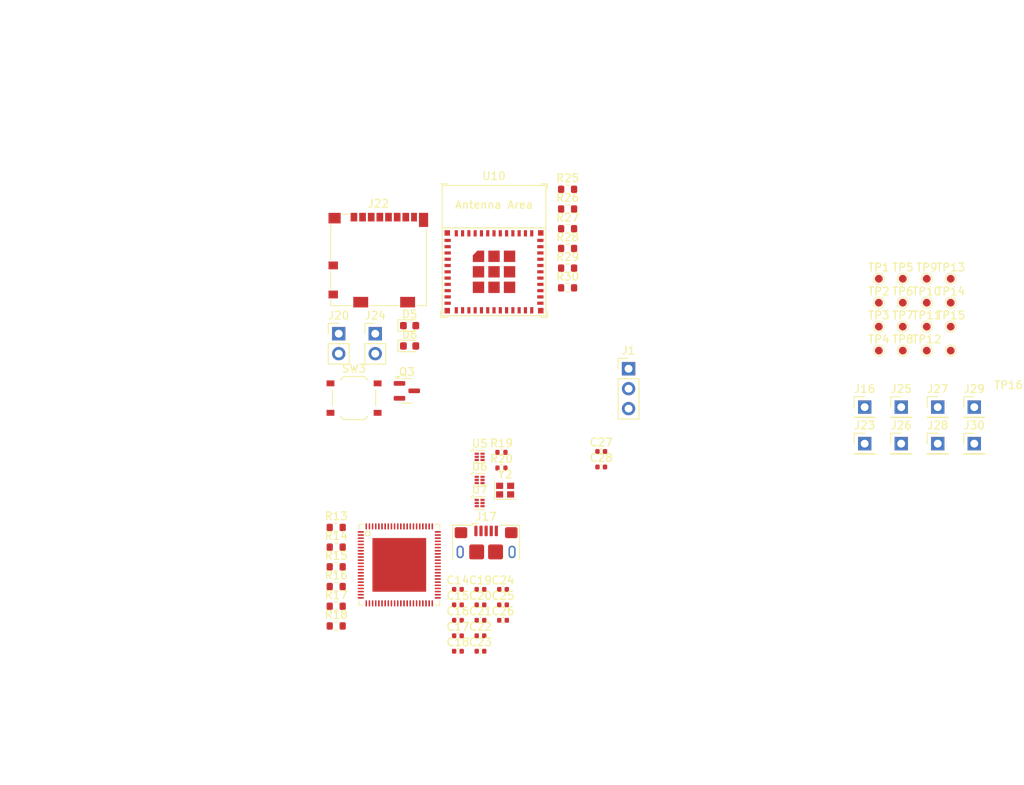
<source format=kicad_pcb>
(kicad_pcb (version 20240108) (generator "pcbnew") (generator_version "8.0")
  (layers (0 "F.Cu" signal) (1 "In1.Cu" signal) (2 "In2.Cu" signal) (31 "B.Cu" signal) (34 "B.Paste" user) (35 "F.Paste" user) (36 "B.SilkS" user "B.Silkscreen") (37 "F.SilkS" user "F.Silkscreen") (38 "B.Mask" user) (39 "F.Mask" user) (44 "Edge.Cuts" user))
  (net 0 "")
  (net 1 "GND")
  (net 2 "+2V5")
  (net 3 "+1V1")
  (net 4 "+3V3")
  (net 5 "Net-(D5-A)")
  (net 6 "+5V")
  (net 7 "Net-(D6-A)")
  (net 9 "/cpu/D+")
  (net 10 "/cpu/D-")
  (net 11 "Net-(J20-Pin_2)")
  (net 12 "ESP_RX")
  (net 13 "SDC0_D0")
  (net 14 "SDC0_D1")
  (net 15 "SDC0_D2")
  (net 16 "SDC0_D3")
  (net 17 "SDC0_CMD")
  (net 18 "SDC0_CLK")
  (net 19 "Net-(J24-Pin_2)")
  (net 20 "ESP_TX")
  (net 21 "Net-(Q3-D)")
  (net 22 "Heartbeat")
  (net 23 "Net-(U5-ADJ)")
  (net 24 "Net-(U6-ADJ)")
  (net 25 "Net-(U7-ADJ)")
  (net 26 "ESP_RST")
  (net 27 "Net-(U10-GPIO8)")
  (net 28 "~{RST}")
  (net 32 "ESP_CS")
  (net 33 "UART0_TX")
  (net 34 "ESP_MOSI")
  (net 35 "ESP_BOOT")
  (net 36 "ESP_CLK")
  (net 37 "ESP_HS")
  (net 38 "ESP_DR")
  (net 39 "/cpu/HOSCI")
  (net 40 "ESP_MISO")
  (net 41 "UART0_RX")
  (net 42 "/cpu/HOSCO")
  (net 62 "Net-(U1B-SVREF)")
  (footprint "Resistor_SMD:R_0603_1608Metric" (layer "F.Cu") (at 172.24 79.13)
    (property "Reference" "R27" (at 0 -1.43 0) (layer "F.SilkS"))
    (property "Value" "10K")
    (pad "1" smd roundrect (at -0.825 0) (size 0.8 0.95) (layers "F.Cu" "F.Paste" "F.Mask") (net 4 "+3V3"))
    (pad "2" smd roundrect (at 0.825 0) (size 0.8 0.95) (layers "F.Cu" "F.Paste" "F.Mask") (net 17 "SDC0_CMD"))
  )
  (footprint "TestPoint:TestPoint_Pad_D1.0mm" (layer "F.Cu") (at 217.95 88.55)
    (property "Reference" "TP10" (at 0 -1.448 0) (layer "F.SilkS"))
    (property "Value" "TestPoint_Small")
    (pad "1" smd circle (at 0 0) (size 1 1) (layers "F.Cu" "F.Mask") (net 16 "SDC0_D3"))
  )
  (footprint "TestPoint:TestPoint_Pad_D1.0mm" (layer "F.Cu") (at 211.85 88.55)
    (property "Reference" "TP2" (at 0 -1.448 0) (layer "F.SilkS"))
    (property "Value" "TestPoint_Small")
    (pad "1" smd circle (at 0 0) (size 1 1) (layers "F.Cu" "F.Mask") (net 37 "ESP_HS"))
  )
  (footprint "TestPoint:TestPoint_Pad_D1.0mm" (layer "F.Cu") (at 221 88.55)
    (property "Reference" "TP14" (at 0 -1.448 0) (layer "F.SilkS"))
    (property "Value" "TestPoint_Small")
    (pad "1" smd circle (at 0 0) (size 1 1) (layers "F.Cu" "F.Mask") (net 14 "SDC0_D1"))
  )
  (footprint "TestPoint:TestPoint_Pad_D1.0mm" (layer "F.Cu") (at 214.9 94.65)
    (property "Reference" "TP8" (at 0 -1.448 0) (layer "F.SilkS"))
    (property "Value" "TestPoint_Small")
    (pad "1" smd circle (at 0 0) (size 1 1) (layers "F.Cu" "F.Mask") (net 35 "ESP_BOOT"))
  )
  (footprint "Crystal:Crystal_SMD_2016-4Pin_2.0x1.6mm" (layer "F.Cu") (at 164.29 112.42)
    (property "Reference" "Y2" (at 0 -2 0) (layer "F.SilkS"))
    (property "Value" "XRCGB24M000F0G00R0")
    (pad "1" smd rect (at -0.7 0.55) (size 0.9 0.8) (layers "F.Cu" "F.Paste" "F.Mask") (net 42 "/cpu/HOSCO"))
    (pad "2" smd rect (at 0.7 0.55) (size 0.9 0.8) (layers "F.Cu" "F.Paste" "F.Mask") (net 1 "GND"))
    (pad "3" smd rect (at 0.7 -0.55) (size 0.9 0.8) (layers "F.Cu" "F.Paste" "F.Mask") (net 39 "/cpu/HOSCI"))
    (pad "4" smd rect (at -0.7 -0.55) (size 0.9 0.8) (layers "F.Cu" "F.Paste" "F.Mask") (net 1 "GND"))
  )
  (footprint "Capacitor_SMD:C_0402_1005Metric" (layer "F.Cu") (at 164.02 127.03)
    (property "Reference" "C25" (at 0 -1.16 0) (layer "F.SilkS"))
    (property "Value" "10uF")
    (pad "1" smd roundrect (at -0.48 0) (size 0.56 0.62) (layers "F.Cu" "F.Paste" "F.Mask") (net 3 "+1V1"))
    (pad "2" smd roundrect (at 0.48 0) (size 0.56 0.62) (layers "F.Cu" "F.Paste" "F.Mask") (net 1 "GND"))
  )
  (footprint "Connector_PinHeader_2.54mm:PinHeader_1x01_P2.54mm_Vertical" (layer "F.Cu") (at 219.35 101.85)
    (property "Reference" "J27" (at 0 -2.33 0) (layer "F.SilkS"))
    (property "Value" "Conn_01x01")
    (pad "1" thru_hole rect (at 0 0) (size 1.7 1.7) (drill 1) (layers "*.Cu" "*.Mask") (net 2 "+2V5"))
  )
  (footprint "Resistor_SMD:R_0603_1608Metric" (layer "F.Cu") (at 172.24 81.64)
    (property "Reference" "R28" (at 0 -1.43 0) (layer "F.SilkS"))
    (property "Value" "10K")
    (pad "1" smd roundrect (at -0.825 0) (size 0.8 0.95) (layers "F.Cu" "F.Paste" "F.Mask") (net 4 "+3V3"))
    (pad "2" smd roundrect (at 0.825 0) (size 0.8 0.95) (layers "F.Cu" "F.Paste" "F.Mask") (net 28 "~{RST}"))
  )
  (footprint "Resistor_SMD:R_0603_1608Metric" (layer "F.Cu") (at 142.79 127.21)
    (property "Reference" "R17" (at 0 -1.43 0) (layer "F.SilkS"))
    (property "Value" "8.2k")
    (pad "1" smd roundrect (at -0.825 0) (size 0.8 0.95) (layers "F.Cu" "F.Paste" "F.Mask") (net 2 "+2V5"))
    (pad "2" smd roundrect (at 0.825 0) (size 0.8 0.95) (layers "F.Cu" "F.Paste" "F.Mask") (net 25 "Net-(U7-ADJ)"))
  )
  (footprint "Connector_PinHeader_2.54mm:PinHeader_1x01_P2.54mm_Vertical" (layer "F.Cu") (at 210.05 106.5)
    (property "Reference" "J23" (at 0 -2.33 0) (layer "F.SilkS"))
    (property "Value" "Conn_01x01")
    (pad "1" thru_hole rect (at 0 0) (size 1.7 1.7) (drill 1) (layers "*.Cu" "*.Mask") (net 6 "+5V"))
  )
  (footprint "Capacitor_SMD:C_0402_1005Metric" (layer "F.Cu") (at 161.15 132.94)
    (property "Reference" "C23" (at 0 -1.16 0) (layer "F.SilkS"))
    (property "Value" "10uF")
    (pad "1" smd roundrect (at -0.48 0) (size 0.56 0.62) (layers "F.Cu" "F.Paste" "F.Mask") (net 2 "+2V5"))
    (pad "2" smd roundrect (at 0.48 0) (size 0.56 0.62) (layers "F.Cu" "F.Paste" "F.Mask") (net 1 "GND"))
  )
  (footprint "Resistor_SMD:R_0603_1608Metric" (layer "F.Cu") (at 172.24 74.11)
    (property "Reference" "R25" (at 0 -1.43 0) (layer "F.SilkS"))
    (property "Value" "10K")
    (pad "1" smd roundrect (at -0.825 0) (size 0.8 0.95) (layers "F.Cu" "F.Paste" "F.Mask") (net 26 "ESP_RST"))
    (pad "2" smd roundrect (at 0.825 0) (size 0.8 0.95) (layers "F.Cu" "F.Paste" "F.Mask") (net 1 "GND"))
  )
  (footprint "Button_Switch_SMD:SW_Push_1P1T_XKB_TS-1187A" (layer "F.Cu") (at 145.06 100.7)
    (property "Reference" "SW3" (at 0 -3.75 0) (layer "F.SilkS"))
    (property "Value" "SW_Push")
    (pad "1" smd rect (at -3 -1.875) (size 1 0.75) (layers "F.Cu" "F.Paste" "F.Mask") (net 1 "GND"))
    (pad "1" smd rect (at 3 -1.875) (size 1 0.75) (layers "F.Cu" "F.Paste" "F.Mask") (net 1 "GND"))
    (pad "2" smd rect (at -3 1.875) (size 1 0.75) (layers "F.Cu" "F.Paste" "F.Mask") (net 28 "~{RST}"))
    (pad "2" smd rect (at 3 1.875) (size 1 0.75) (layers "F.Cu" "F.Paste" "F.Mask") (net 28 "~{RST}"))
  )
  (footprint "Resistor_SMD:R_0603_1608Metric" (layer "F.Cu") (at 142.79 119.68)
    (property "Reference" "R14" (at 0 -1.43 0) (layer "F.SilkS"))
    (property "Value" "1.8k")
    (pad "1" smd roundrect (at -0.825 0) (size 0.8 0.95) (layers "F.Cu" "F.Paste" "F.Mask") (net 23 "Net-(U5-ADJ)"))
    (pad "2" smd roundrect (at 0.825 0) (size 0.8 0.95) (layers "F.Cu" "F.Paste" "F.Mask") (net 1 "GND"))
  )
  (footprint "Resistor_SMD:R_0603_1608Metric" (layer "F.Cu") (at 172.24 76.62)
    (property "Reference" "R26" (at 0 -1.43 0) (layer "F.SilkS"))
    (property "Value" "10K")
    (pad "1" smd roundrect (at -0.825 0) (size 0.8 0.95) (layers "F.Cu" "F.Paste" "F.Mask") (net 4 "+3V3"))
    (pad "2" smd roundrect (at 0.825 0) (size 0.8 0.95) (layers "F.Cu" "F.Paste" "F.Mask") (net 27 "Net-(U10-GPIO8)"))
  )
  (footprint "Capacitor_SMD:C_0402_1005Metric" (layer "F.Cu") (at 158.28 132.94)
    (property "Reference" "C18" (at 0 -1.16 0) (layer "F.SilkS"))
    (property "Value" "1uF")
    (pad "1" smd roundrect (at -0.48 0) (size 0.56 0.62) (layers "F.Cu" "F.Paste" "F.Mask") (net 6 "+5V"))
    (pad "2" smd roundrect (at 0.48 0) (size 0.56 0.62) (layers "F.Cu" "F.Paste" "F.Mask") (net 1 "GND"))
  )
  (footprint "Resistor_SMD:R_0603_1608Metric" (layer "F.Cu") (at 172.24 86.66)
    (property "Reference" "R30" (at 0 -1.43 0) (layer "F.SilkS"))
    (property "Value" "510")
    (pad "1" smd roundrect (at -0.825 0) (size 0.8 0.95) (layers "F.Cu" "F.Paste" "F.Mask") (net 6 "+5V"))
    (pad "2" smd roundrect (at 0.825 0) (size 0.8 0.95) (layers "F.Cu" "F.Paste" "F.Mask") (net 7 "Net-(D6-A)"))
  )
  (footprint "TestPoint:TestPoint_Pad_D1.0mm" (layer "F.Cu") (at 217.95 94.65)
    (property "Reference" "TP12" (at 0 -1.448 0) (layer "F.SilkS"))
    (property "Value" "TestPoint_Small")
    (pad "1" smd circle (at 0 0) (size 1 1) (layers "F.Cu" "F.Mask") (net 18 "SDC0_CLK"))
  )
  (footprint "Connector_Card:microSD_HC_Molex_104031-0811" (layer "F.Cu") (at 148.15 83.105)
    (property "Reference" "J22" (at 0 -7.18 0) (layer "F.SilkS"))
    (property "Value" "Micro_SD_Card")
    (pad "1" smd rect (at -3.105 -5.45) (size 0.85 1.1) (layers "F.Cu" "F.Paste" "F.Mask") (net 15 "SDC0_D2"))
    (pad "2" smd rect (at -2.005 -5.45) (size 0.85 1.1) (layers "F.Cu" "F.Paste" "F.Mask") (net 16 "SDC0_D3"))
    (pad "3" smd rect (at -0.905 -5.45) (size 0.85 1.1) (layers "F.Cu" "F.Paste" "F.Mask") (net 17 "SDC0_CMD"))
    (pad "4" smd rect (at 0.195 -5.45) (size 0.85 1.1) (layers "F.Cu" "F.Paste" "F.Mask") (net 4 "+3V3"))
    (pad "5" smd rect (at 1.295 -5.45) (size 0.85 1.1) (layers "F.Cu" "F.Paste" "F.Mask") (net 18 "SDC0_CLK"))
    (pad "6" smd rect (at 2.395 -5.45) (size 0.85 1.1) (layers "F.Cu" "F.Paste" "F.Mask") (net 1 "GND"))
    (pad "7" smd rect (at 3.495 -5.45) (size 0.85 1.1) (layers "F.Cu" "F.Paste" "F.Mask") (net 13 "SDC0_D0"))
    (pad "8" smd rect (at 4.545 -5.45) (size 0.75 1.1) (layers "F.Cu" "F.Paste" "F.Mask") (net 14 "SDC0_D1"))
    (pad "9" smd rect (at -5.74 0.7) (size 1.2 1) (layers "F.Cu" "F.Paste" "F.Mask") (net 1 "GND"))
    (pad "10" smd rect (at -5.74 4.4) (size 1.2 1) (layers "F.Cu" "F.Paste" "F.Mask"))
    (pad "11" smd rect (at -5.565 -5.325) (size 1.55 1.35) (layers "F.Cu" "F.Paste" "F.Mask"))
    (pad "11" smd rect (at -2.24 5.375) (size 1.9 1.35) (layers "F.Cu" "F.Paste" "F.Mask"))
    (pad "11" smd rect (at 3.73 5.375) (size 1.9 1.35) (layers "F.Cu" "F.Paste" "F.Mask"))
    (pad "11" smd rect (at 5.755 -5.1) (size 1.17 1.8) (layers "F.Cu" "F.Paste" "F.Mask"))
  )
  (footprint "TestPoint:TestPoint_Pad_D1.0mm" (layer "F.Cu") (at 214.9 85.5)
    (property "Reference" "TP5" (at 0 -1.448 0) (layer "F.SilkS"))
    (property "Value" "TestPoint_Small")
    (pad "1" smd circle (at 0 0) (size 1 1) (layers "F.Cu" "F.Mask") (net 34 "ESP_MOSI"))
  )
  (footprint "Resistor_SMD:R_0603_1608Metric" (layer "F.Cu") (at 172.24 84.15)
    (property "Reference" "R29" (at 0 -1.43 0) (layer "F.SilkS"))
    (property "Value" "510")
    (pad "1" smd roundrect (at -0.825 0) (size 0.8 0.95) (layers "F.Cu" "F.Paste" "F.Mask") (net 21 "Net-(Q3-D)"))
    (pad "2" smd roundrect (at 0.825 0) (size 0.8 0.95) (layers "F.Cu" "F.Paste" "F.Mask") (net 4 "+3V3"))
  )
  (footprint "Capacitor_SMD:C_0402_1005Metric" (layer "F.Cu") (at 176.52 109.47)
    (property "Reference" "C28" (at 0 -1.16 0) (layer "F.SilkS"))
    (property "Value" "10uF")
    (pad "1" smd roundrect (at -0.48 0) (size 0.56 0.62) (layers "F.Cu" "F.Paste" "F.Mask") (net 4 "+3V3"))
    (pad "2" smd roundrect (at 0.48 0) (size 0.56 0.62) (layers "F.Cu" "F.Paste" "F.Mask") (net 1 "GND"))
  )
  (footprint "Capacitor_SMD:C_0402_1005Metric" (layer "F.Cu") (at 161.15 130.97)
    (property "Reference" "C22" (at 0 -1.16 0) (layer "F.SilkS"))
    (property "Value" "10uF")
    (pad "1" smd roundrect (at -0.48 0) (size 0.56 0.62) (layers "F.Cu" "F.Paste" "F.Mask") (net 2 "+2V5"))
    (pad "2" smd roundrect (at 0.48 0) (size 0.56 0.62) (layers "F.Cu" "F.Paste" "F.Mask") (net 1 "GND"))
  )
  (footprint "Capacitor_SMD:C_0402_1005Metric" (layer "F.Cu") (at 158.28 125.06)
    (property "Reference" "C14" (at 0 -1.16 0) (layer "F.SilkS"))
    (property "Value" "1uF")
    (pad "1" smd roundrect (at -0.48 0) (size 0.56 0.62) (layers "F.Cu" "F.Paste" "F.Mask") (net 6 "+5V"))
    (pad "2" smd roundrect (at 0.48 0) (size 0.56 0.62) (layers "F.Cu" "F.Paste" "F.Mask") (net 1 "GND"))
  )
  (footprint "Capacitor_SMD:C_0402_1005Metric" (layer "F.Cu") (at 158.28 130.97)
    (property "Reference" "C17" (at 0 -1.16 0) (layer "F.SilkS"))
    (property "Value" "1uF")
    (pad "1" smd roundrect (at -0.48 0) (size 0.56 0.62) (layers "F.Cu" "F.Paste" "F.Mask") (net 3 "+1V1"))
    (pad "2" smd roundrect (at 0.48 0) (size 0.56 0.62) (layers "F.Cu" "F.Paste" "F.Mask") (net 1 "GND"))
  )
  (footprint "Capacitor_SMD:C_0402_1005Metric" (layer "F.Cu") (at 158.28 127.03)
    (property "Reference" "C15" (at 0 -1.16 0) (layer "F.SilkS"))
    (property "Value" "1uF")
    (pad "1" smd roundrect (at -0.48 0) (size 0.56 0.62) (layers "F.Cu" "F.Paste" "F.Mask") (net 4 "+3V3"))
    (pad "2" smd roundrect (at 0.48 0) (size 0.56 0.62) (layers "F.Cu" "F.Paste" "F.Mask") (net 1 "GND"))
  )
  (footprint "Package_DFN_QFN:DFN-6_1.3x1.2mm_P0.4mm" (layer "F.Cu") (at 161.045 108.185)
    (property "Reference" "U5" (at 0 -1.7 0) (layer "F.SilkS"))
    (property "Value" "LDK130PU-R")
    (pad "1" smd rect (at -0.368 -0.4) (size 0.53 0.28) (layers "F.Cu" "F.Paste" "F.Mask") (net 4 "+3V3"))
    (pad "2" smd rect (at -0.368 0) (size 0.53 0.28) (layers "F.Cu" "F.Paste" "F.Mask") (net 1 "GND"))
    (pad "3" smd rect (at -0.368 0.4) (size 0.53 0.28) (layers "F.Cu" "F.Paste" "F.Mask") (net 23 "Net-(U5-ADJ)"))
    (pad "4" smd rect (at 0.368 0.4) (size 0.53 0.28) (layers "F.Cu" "F.Paste" "F.Mask") (net 6 "+5V"))
    (pad "5" smd rect (at 0.368 0) (size 0.53 0.28) (layers "F.Cu" "F.Paste" "F.Mask"))
    (pad "6" smd rect (at 0.368 -0.4) (size 0.53 0.28) (layers "F.Cu" "F.Paste" "F.Mask") (net 6 "+5V"))
  )
  (footprint "Package_DFN_QFN:DFN-6_1.3x1.2mm_P0.4mm" (layer "F.Cu") (at 161.045 111.125)
    (property "Reference" "U6" (at 0 -1.7 0) (layer "F.SilkS"))
    (property "Value" "LDK130PU-R")
    (pad "1" smd rect (at -0.368 -0.4) (size 0.53 0.28) (layers "F.Cu" "F.Paste" "F.Mask") (net 3 "+1V1"))
    (pad "2" smd rect (at -0.368 0) (size 0.53 0.28) (layers "F.Cu" "F.Paste" "F.Mask") (net 1 "GND"))
    (pad "3" smd rect (at -0.368 0.4) (size 0.53 0.28) (layers "F.Cu" "F.Paste" "F.Mask") (net 24 "Net-(U6-ADJ)"))
    (pad "4" smd rect (at 0.368 0.4) (size 0.53 0.28) (layers "F.Cu" "F.Paste" "F.Mask") (net 6 "+5V"))
    (pad "5" smd rect (at 0.368 0) (size 0.53 0.28) (layers "F.Cu" "F.Paste" "F.Mask"))
    (pad "6" smd rect (at 0.368 -0.4) (size 0.53 0.28) (layers "F.Cu" "F.Paste" "F.Mask") (net 6 "+5V"))
  )
  (footprint "TestPoint:TestPoint_Pad_D1.0mm" (layer "F.Cu") (at 221 85.5)
    (property "Reference" "TP13" (at 0 -1.448 0) (layer "F.SilkS"))
    (property "Value" "TestPoint_Small")
    (pad "1" smd circle (at 0 0) (size 1 1) (layers "F.Cu" "F.Mask") (net 13 "SDC0_D0"))
  )
  (footprint "TestPoint:TestPoint_Pad_D1.0mm" (layer "F.Cu") (at 221 94.65)
    (property "Reference" "TP16" (at 7.37 4.392 0) (layer "F.SilkS"))
    (property "Value" "TestPoint_Small")
    (pad "1" smd circle (at 0 0) (size 1 1) (layers "F.Cu" "F.Mask") (net 1 "GND"))
  )
  (footprint "TestPoint:TestPoint_Pad_D1.0mm" (layer "F.Cu") (at 214.9 91.6)
    (property "Reference" "TP7" (at 0 -1.448 0) (layer "F.SilkS"))
    (property "Value" "TestPoint_Small")
    (pad "1" smd circle (at 0 0) (size 1 1) (layers "F.Cu" "F.Mask") (net 32 "ESP_CS"))
  )
  (footprint "Package_TO_SOT_SMD:SOT-23" (layer "F.Cu") (at 151.78 99.775)
    (property "Reference" "Q3" (at 0 -2.4 0) (layer "F.SilkS"))
    (property "Value" "2N7002")
    (pad "1" smd roundrect (at -0.9375 -0.95) (size 1.475 0.6) (layers "F.Cu" "F.Paste" "F.Mask") (net 22 "Heartbeat"))
    (pad "2" smd roundrect (at -0.9375 0.95) (size 1.475 0.6) (layers "F.Cu" "F.Paste" "F.Mask") (net 5 "Net-(D5-A)"))
    (pad "3" smd roundrect (at 0.9375 0) (size 1.475 0.6) (layers "F.Cu" "F.Paste" "F.Mask") (net 21 "Net-(Q3-D)"))
  )
  (footprint "Capacitor_SMD:C_0402_1005Metric" (layer "F.Cu") (at 161.15 127.03)
    (property "Reference" "C20" (at 0 -1.16 0) (layer "F.SilkS"))
    (property "Value" "10uF")
    (pad "1" smd roundrect (at -0.48 0) (size 0.56 0.62) (layers "F.Cu" "F.Paste" "F.Mask") (net 4 "+3V3"))
    (pad "2" smd roundrect (at 0.48 0) (size 0.56 0.62) (layers "F.Cu" "F.Paste" "F.Mask") (net 1 "GND"))
  )
  (footprint "Capacitor_SMD:C_0402_1005Metric" (layer "F.Cu") (at 158.28 129)
    (property "Reference" "C16" (at 0 -1.16 0) (layer "F.SilkS"))
    (property "Value" "1uF")
    (pad "1" smd roundrect (at -0.48 0) (size 0.56 0.62) (layers "F.Cu" "F.Paste" "F.Mask") (net 6 "+5V"))
    (pad "2" smd roundrect (at 0.48 0) (size 0.56 0.62) (layers "F.Cu" "F.Paste" "F.Mask") (net 1 "GND"))
  )
  (footprint "f1c200s:QFN-88_EP_10x10_Pitch0.4mm" (layer "F.Cu") (at 150.82 121.94)
    (property "Reference" "U1" (hide yes))
    (property "Value" "F1C100s")
    (pad "1" smd oval (at -4.9 -4.2 90) (size 0.2 0.8) (layers "F.Cu" "F.Paste" "F.Mask"))
    (pad "2" smd oval (at -4.9 -3.8 90) (size 0.2 0.8) (layers "F.Cu" "F.Paste" "F.Mask"))
    (pad "3" smd oval (at -4.9 -3.4 90) (size 0.2 0.8) (layers "F.Cu" "F.Paste" "F.Mask"))
    (pad "4" smd oval (at -4.9 -3 90) (size 0.2 0.8) (layers "F.Cu" "F.Paste" "F.Mask") (net 4 "+3V3"))
    (pad "5" smd oval (at -4.9 -2.6 90) (size 0.2 0.8) (layers "F.Cu" "F.Paste" "F.Mask") (net 4 "+3V3"))
    (pad "6" smd oval (at -4.9 -2.2 90) (size 0.2 0.8) (layers "F.Cu" "F.Paste" "F.Mask"))
    (pad "7" smd oval (at -4.9 -1.8 90) (size 0.2 0.8) (layers "F.Cu" "F.Paste" "F.Mask"))
    (pad "8" smd oval (at -4.9 -1.4 90) (size 0.2 0.8) (layers "F.Cu" "F.Paste" "F.Mask") (net 35 "ESP_BOOT"))
    (pad "9" smd oval (at -4.9 -1 90) (size 0.2 0.8) (layers "F.Cu" "F.Paste" "F.Mask") (net 12 "ESP_RX"))
    (pad "10" smd oval (at -4.9 -0.6 90) (size 0.2 0.8) (layers "F.Cu" "F.Paste" "F.Mask") (net 20 "ESP_TX"))
    (pad "11" smd oval (at -4.9 -0.2 90) (size 0.2 0.8) (layers "F.Cu" "F.Paste" "F.Mask"))
    (pad "12" smd oval (at -4.9 0.2 90) (size 0.2 0.8) (layers "F.Cu" "F.Paste" "F.Mask"))
    (pad "13" smd oval (at -4.9 0.6 90) (size 0.2 0.8) (layers "F.Cu" "F.Paste" "F.Mask"))
    (pad "14" smd oval (at -4.9 1 90) (size 0.2 0.8) (layers "F.Cu" "F.Paste" "F.Mask"))
    (pad "15" smd oval (at -4.9 1.4 90) (size 0.2 0.8) (layers "F.Cu" "F.Paste" "F.Mask"))
    (pad "16" smd oval (at -4.9 1.8 90) (size 0.2 0.8) (layers "F.Cu" "F.Paste" "F.Mask"))
    (pad "17" smd oval (at -4.9 2.2 90) (size 0.2 0.8) (layers "F.Cu" "F.Paste" "F.Mask"))
    (pad "18" smd oval (at -4.9 2.6 90) (size 0.2 0.8) (layers "F.Cu" "F.Paste" "F.Mask"))
    (pad "19" smd oval (at -4.9 3 90) (size 0.2 0.8) (layers "F.Cu" "F.Paste" "F.Mask"))
    (pad "20" smd oval (at -4.9 3.4 90) (size 0.2 0.8) (layers "F.Cu" "F.Paste" "F.Mask") (net 4 "+3V3"))
    (pad "21" smd oval (at -4.9 3.8 90) (size 0.2 0.8) (layers "F.Cu" "F.Paste" "F.Mask"))
    (pad "22" smd oval (at -4.9 4.2 90) (size 0.2 0.8) (layers "F.Cu" "F.Paste" "F.Mask") (net 3 "+1V1"))
    (pad "23" smd oval (at -4.2 4.9) (size 0.2 0.8) (layers "F.Cu" "F.Paste" "F.Mask") (net 26 "ESP_RST"))
    (pad "24" smd oval (at -3.8 4.9) (size 0.2 0.8) (layers "F.Cu" "F.Paste" "F.Mask") (net 38 "ESP_DR"))
    (pad "25" smd oval (at -3.4 4.9) (size 0.2 0.8) (layers "F.Cu" "F.Paste" "F.Mask") (net 37 "ESP_HS"))
    (pad "26" smd oval (at -3 4.9) (size 0.2 0.8) (layers "F.Cu" "F.Paste" "F.Mask") (net 32 "ESP_CS"))
    (pad "27" smd oval (at -2.6 4.9) (size 0.2 0.8) (layers "F.Cu" "F.Paste" "F.Mask") (net 34 "ESP_MOSI"))
    (pad "28" smd oval (at -2.2 4.9) (size 0.2 0.8) (layers "F.Cu" "F.Paste" "F.Mask") (net 36 "ESP_CLK"))
    (pad "29" smd oval (at -1.8 4.9) (size 0.2 0.8) (layers "F.Cu" "F.Paste" "F.Mask") (net 40 "ESP_MISO"))
    (pad "30" smd oval (at -1.4 4.9) (size 0.2 0.8) (layers "F.Cu" "F.Paste" "F.Mask") (net 2 "+2V5"))
    (pad "31" smd oval (at -1 4.9) (size 0.2 0.8) (layers "F.Cu" "F.Paste" "F.Mask") (net 2 "+2V5"))
    (pad "32" smd oval (at -0.6 4.9) (size 0.2 0.8) (layers "F.Cu" "F.Paste" "F.Mask") (net 2 "+2V5"))
    (pad "33" smd oval (at -0.2 4.9) (size 0.2 0.8) (layers "F.Cu" "F.Paste" "F.Mask") (net 62 "Net-(U1B-SVREF)"))
    (pad "34" smd oval (at 0.2 4.9) (size 0.2 0.8) (layers "F.Cu" "F.Paste" "F.Mask") (net 2 "+2V5"))
    (pad "35" smd oval (at 0.6 4.9) (size 0.2 0.8) (layers "F.Cu" "F.Paste" "F.Mask") (net 3 "+1V1"))
    (pad "36" smd oval (at 1 4.9) (size 0.2 0.8) (layers "F.Cu" "F.Paste" "F.Mask") (net 2 "+2V5"))
    (pad "37" smd oval (at 1.4 4.9) (size 0.2 0.8) (layers "F.Cu" "F.Paste" "F.Mask"))
    (pad "38" smd oval (at 1.8 4.9) (size 0.2 0.8) (layers "F.Cu" "F.Paste" "F.Mask"))
    (pad "39" smd oval (at 2.2 4.9) (size 0.2 0.8) (layers "F.Cu" "F.Paste" "F.Mask"))
    (pad "40" smd oval (at 2.6 4.9) (size 0.2 0.8) (layers "F.Cu" "F.Paste" "F.Mask"))
    (pad "41" smd oval (at 3 4.9) (size 0.2 0.8) (layers "F.Cu" "F.Paste" "F.Mask"))
    (pad "42" smd oval (at 3.4 4.9) (size 0.2 0.8) (layers "F.Cu" "F.Paste" "F.Mask"))
    (pad "43" smd oval (at 3.8 4.9) (size 0.2 0.8) (layers "F.Cu" "F.Paste" "F.Mask"))
    (pad "44" smd oval (at 4.2 4.9) (size 0.2 0.8) (layers "F.Cu" "F.Paste" "F.Mask"))
    (pad "45" smd oval (at 4.9 4.2 90) (size 0.2 0.8) (layers "F.Cu" "F.Paste" "F.Mask"))
    (pad "46" smd oval (at 4.9 3.8 90) (size 0.2 0.8) (layers "F.Cu" "F.Paste" "F.Mask"))
    (pad "47" smd oval (at 4.9 3.4 90) (size 0.2 0.8) (layers "F.Cu" "F.Paste" "F.Mask"))
    (pad "48" smd oval (at 4.9 3 90) (size 0.2 0.8) (layers "F.Cu" "F.Paste" "F.Mask") (net 33 "UART0_TX"))
    (pad "49" smd oval (at 4.9 2.6 90) (size 0.2 0.8) (layers "F.Cu" "F.Paste" "F.Mask") (net 41 "UART0_RX"))
    (pad "50" smd oval (at 4.9 2.2 90) (size 0.2 0.8) (layers "F.Cu" "F.Paste" "F.Mask") (net 4 "+3V3"))
    (pad "51" smd oval (at 4.9 1.8 90) (size 0.2 0.8) (layers "F.Cu" "F.Paste" "F.Mask") (net 39 "/cpu/HOSCI"))
    (pad "52" smd oval (at 4.9 1.4 90) (size 0.2 0.8) (layers "F.Cu" "F.Paste" "F.Mask") (net 42 "/cpu/HOSCO"))
    (pad "53" smd oval (at 4.9 1 90) (size 0.2 0.8) (layers "F.Cu" "F.Paste" "F.Mask") (net 15 "SDC0_D2"))
    (pad "54" smd oval (at 4.9 0.6 90) (size 0.2 0.8) (layers "F.Cu" "F.Paste" "F.Mask") (net 16 "SDC0_D3"))
    (pad "55" smd oval (at 4.9 0.2 90) (size 0.2 0.8) (layers "F.Cu" "F.Paste" "F.Mask") (net 17 "SDC0_CMD"))
    (pad "56" smd oval (at 4.9 -0.2 90) (size 0.2 0.8) (layers "F.Cu" "F.Paste" "F.Mask") (net 18 "SDC0_CLK"))
    (pad "57" smd oval (at 4.9 -0.6 90) (size 0.2 0.8) (layers "F.Cu" "F.Paste" "F.Mask") (net 13 "SDC0_D0"))
    (pad "58" smd oval (at 4.9 -1 90) (size 0.2 0.8) (layers "F.Cu" "F.Paste" "F.Mask") (net 14 "SDC0_D1"))
    (pad "59" smd oval (at 4.9 -1.4 90) (size 0.2 0.8) (layers "F.Cu" "F.Paste" "F.Mask"))
    (pad "60" smd oval (at 4.9 -1.8 90) (size 0.2 0.8) (layers "F.Cu" "F.Paste" "F.Mask"))
    (pad "61" smd oval (at 4.9 -2.2 90) (size 0.2 0.8) (layers "F.Cu" "F.Paste" "F.Mask"))
    (pad "62" smd oval (at 4.9 -2.6 90) (size 0.2 0.8) (layers "F.Cu" "F.Paste" "F.Mask"))
    (pad "63" smd oval (at 4.9 -3 90) (size 0.2 0.8) (layers "F.Cu" "F.Paste" "F.Mask"))
    (pad "64" smd oval (at 4.9 -3.4 90) (size 0.2 0.8) (layers "F.Cu" "F.Paste" "F.Mask"))
    (pad "65" smd oval (at 4.9 -3.8 90) (size 0.2 0.8) (layers "F.Cu" "F.Paste" "F.Mask"))
    (pad "66" smd oval (at 4.9 -4.2 90) (size 0.2 0.8) (layers "F.Cu" "F.Paste" "F.Mask"))
    (pad "67" smd oval (at 4.2 -4.9) (size 0.2 0.8) (layers "F.Cu" "F.Paste" "F.Mask") (net 4 "+3V3"))
    (pad "68" smd oval (at 3.8 -4.9) (size 0.2 0.8) (layers "F.Cu" "F.Paste" "F.Mask") (net 10 "/cpu/D-"))
    (pad "69" smd oval (at 3.4 -4.9) (size 0.2 0.8) (layers "F.Cu" "F.Paste" "F.Mask") (net 9 "/cpu/D+"))
    (pad "70" smd oval (at 3 -4.9) (size 0.2 0.8) (layers "F.Cu" "F.Paste" "F.Mask") (net 28 "~{RST}"))
    (pad "71" smd oval (at 2.6 -4.9) (size 0.2 0.8) (layers "F.Cu" "F.Paste" "F.Mask") (net 3 "+1V1"))
    (pad "72" smd oval (at 2.2 -4.9) (size 0.2 0.8) (layers "F.Cu" "F.Paste" "F.Mask"))
    (pad "73" smd oval (at 1.8 -4.9) (size 0.2 0.8) (layers "F.Cu" "F.Paste" "F.Mask") (net 4 "+3V3"))
    (pad "74" smd oval (at 1.4 -4.9) (size 0.2 0.8) (layers "F.Cu" "F.Paste" "F.Mask") (net 1 "GND"))
    (pad "75" smd oval (at 1 -4.9) (size 0.2 0.8) (layers "F.Cu" "F.Paste" "F.Mask"))
    (pad "76" smd oval (at 0.6 -4.9) (size 0.2 0.8) (layers "F.Cu" "F.Paste" "F.Mask"))
    (pad "77" smd oval (at 0.2 -4.9) (size 0.2 0.8) (layers "F.Cu" "F.Paste" "F.Mask"))
    (pad "78" smd oval (at -0.2 -4.9) (size 0.2 0.8) (layers "F.Cu" "F.Paste" "F.Mask"))
    (pad "79" smd oval (at -0.6 -4.9) (size 0.2 0.8) (layers "F.Cu" "F.Paste" "F.Mask"))
    (pad "80" smd oval (at -1 -4.9) (size 0.2 0.8) (layers "F.Cu" "F.Paste" "F.Mask") (net 2 "+2V5"))
    (pad "81" smd oval (at -1.4 -4.9) (size 0.2 0.8) (layers "F.Cu" "F.Paste" "F.Mask"))
    (pad "82" smd oval (at -1.8 -4.9) (size 0.2 0.8) (layers "F.Cu" "F.Paste" "F.Mask") (net 1 "GND"))
    (pad "83" smd oval (at -2.2 -4.9) (size 0.2 0.8) (layers "F.Cu" "F.Paste" "F.Mask"))
    (pad "84" smd oval (at -2.6 -4.9) (size 0.2 0.8) (layers "F.Cu" "F.Paste" "F.Mask"))
    (pad "85" smd oval (at -3 -4.9) (size 0.2 0.8) (layers "F.Cu" "F.Paste" "F.Mask"))
    (pad "86" smd oval (at -3.4 -4.9) (size 0.2 0.8) (layers "F.Cu" "F.Paste" "F.Mask"))
    (pad "87" smd oval (at -3.8 -4.9) (size 0.2 0.8) (layers "F.Cu" "F.Paste" "F.Mask"))
    (pad "88" smd oval (at -4.2 -4.9) (size 0.2 0.8) (layers "F.Cu" "F.Paste" "F.Mask"))
    (pad "89" smd rect (at 0 0) (size 6.84 6.84) (layers "F.Cu" "F.Paste" "F.Mask") (net 1 "GND"))
  )
  (footprint "TestPoint:TestPoint_Pad_D1.0mm" (layer "F.Cu") (at 217.95 85.5)
    (property "Reference" "TP9" (at 0 -1.448 0) (layer "F.SilkS"))
    (property "Value" "TestPoint_Small")
    (pad "1" smd circle (at 0 0) (size 1 1) (layers "F.Cu" "F.Mask") (net 15 "SDC0_D2"))
  )
  (footprint "Connector_PinHeader_2.54mm:PinHeader_1x01_P2.54mm_Vertical" (layer "F.Cu") (at 219.35 106.5)
    (property "Reference" "J28" (at 0 -2.33 0) (layer "F.SilkS"))
    (property "Value" "Conn_01x01")
    (pad "1" thru_hole rect (at 0 0) (size 1.7 1.7) (drill 1) (layers "*.Cu" "*.Mask") (net 1 "GND"))
  )
  (footprint "Package_DFN_QFN:DFN-6_1.3x1.2mm_P0.4mm" (layer "F.Cu") (at 161.045 114.065)
    (property "Reference" "U7" (at 0 -1.7 0) (layer "F.SilkS"))
    (property "Value" "LDK130PU-R")
    (pad "1" smd rect (at -0.368 -0.4) (size 0.53 0.28) (layers "F.Cu" "F.Paste" "F.Mask") (net 2 "+2V5"))
    (pad "2" smd rect (at -0.368 0) (size 0.53 0.28) (layers "F.Cu" "F.Paste" "F.Mask") (net 1 "GND"))
    (pad "3" smd rect (at -0.368 0.4) (size 0.53 0.28) (layers "F.Cu" "F.Paste" "F.Mask") (net 25 "Net-(U7-ADJ)"))
    (pad "4" smd rect (at 0.368 0.4) (size 0.53 0.28) (layers "F.Cu" "F.Paste" "F.Mask") (net 6 "+5V"))
    (pad "5" smd rect (at 0.368 0) (size 0.53 0.28) (layers "F.Cu" "F.Paste" "F.Mask"))
    (pad "6" smd rect (at 0.368 -0.4) (size 0.53 0.28) (layers "F.Cu" "F.Paste" "F.Mask") (net 6 "+5V"))
  )
  (footprint "Resistor_SMD:R_0603_1608Metric" (layer "F.Cu") (at 142.79 129.72)
    (property "Reference" "R18" (at 0 -1.43 0) (layer "F.SilkS"))
    (property "Value" "3.6k")
    (pad "1" smd roundrect (at -0.825 0) (size 0.8 0.95) (layers "F.Cu" "F.Paste" "F.Mask") (net 25 "Net-(U7-ADJ)"))
    (pad "2" smd roundrect (at 0.825 0) (size 0.8 0.95) (layers "F.Cu" "F.Paste" "F.Mask") (net 1 "GND"))
  )
  (footprint "Capacitor_SMD:C_0402_1005Metric" (layer "F.Cu") (at 161.15 125.06)
    (property "Reference" "C19" (at 0 -1.16 0) (layer "F.SilkS"))
    (property "Value" "1uF")
    (pad "1" smd roundrect (at -0.48 0) (size 0.56 0.62) (layers "F.Cu" "F.Paste" "F.Mask") (net 2 "+2V5"))
    (pad "2" smd roundrect (at 0.48 0) (size 0.56 0.62) (layers "F.Cu" "F.Paste" "F.Mask") (net 1 "GND"))
  )
  (footprint "Connector_PinHeader_2.54mm:PinHeader_1x02_P2.54mm_Vertical" (layer "F.Cu") (at 147.76 92.5)
    (property "Reference" "J24" (at 0 -2.33 0) (layer "F.SilkS"))
    (property "Value" "Jumper")
    (pad "1" thru_hole rect (at 0 0) (size 1.7 1.7) (drill 1) (layers "*.Cu" "*.Mask") (net 20 "ESP_TX"))
    (pad "2" thru_hole oval (at 0 2.54) (size 1.7 1.7) (drill 1) (layers "*.Cu" "*.Mask") (net 19 "Net-(J24-Pin_2)"))
  )
  (footprint "TestPoint:TestPoint_Pad_D1.0mm" (layer "F.Cu") (at 211.85 85.5)
    (property "Reference" "TP1" (at 0 -1.448 0) (layer "F.SilkS"))
    (property "Value" "TestPoint_Small")
    (pad "1" smd circle (at 0 0) (size 1 1) (layers "F.Cu" "F.Mask") (net 26 "ESP_RST"))
  )
  (footprint "Capacitor_SMD:C_0402_1005Metric" (layer "F.Cu") (at 164.02 129)
    (property "Reference" "C26" (at 0 -1.16 0) (layer "F.SilkS"))
    (property "Value" "1uF")
    (pad "1" smd roundrect (at -0.48 0) (size 0.56 0.62) (layers "F.Cu" "F.Paste" "F.Mask") (net 3 "+1V1"))
    (pad "2" smd roundrect (at 0.48 0) (size 0.56 0.62) (layers "F.Cu" "F.Paste" "F.Mask") (net 1 "GND"))
  )
  (footprint "Resistor_SMD:R_0402_1005Metric" (layer "F.Cu") (at 163.82 107.61)
    (property "Reference" "R19" (at 0 -1.17 0) (layer "F.SilkS"))
    (property "Value" "4.7k")
    (pad "1" smd roundrect (at -0.51 0) (size 0.54 0.64) (layers "F.Cu" "F.Paste" "F.Mask") (net 2 "+2V5"))
    (pad "2" smd roundrect (at 0.51 0) (size 0.54 0.64) (layers "F.Cu" "F.Paste" "F.Mask") (net 62 "Net-(U1B-SVREF)"))
  )
  (footprint "LED_SMD:LED_0603_1608Metric" (layer "F.Cu") (at 152.13 94.06)
    (property "Reference" "D6" (at 0 -1.43 0) (layer "F.SilkS"))
    (property "Value" "Yellow")
    (pad "1" smd roundrect (at -0.7875 0) (size 0.875 0.95) (layers "F.Cu" "F.Paste" "F.Mask") (net 1 "GND"))
    (pad "2" smd roundrect (at 0.7875 0) (size 0.875 0.95) (layers "F.Cu" "F.Paste" "F.Mask") (net 7 "Net-(D6-A)"))
  )
  (footprint "Connector_PinHeader_2.54mm:PinHeader_1x01_P2.54mm_Vertical" (layer "F.Cu") (at 214.7 101.85)
    (property "Reference" "J25" (at 0 -2.33 0) (layer "F.SilkS"))
    (property "Value" "Conn_01x01")
    (pad "1" thru_hole rect (at 0 0) (size 1.7 1.7) (drill 1) (layers "*.Cu" "*.Mask") (net 4 "+3V3"))
  )
  (footprint "PCM_Espressif:ESP32-C3-MINI-1" (layer "F.Cu") (at 162.875 81.915)
    (property "Reference" "U10" (at 0 -9.5 0) (layer "F.SilkS"))
    (property "Value" "ESP32-C3-MINI-1")
    (fp_text user "Antenna Area" (at 0 -5.85 0) (layer "F.SilkS"))
    (pad "1" smd rect (at -5.9 -1.3 90) (size 0.4 0.8) (layers "F.Cu" "F.Paste" "F.Mask") (net 1 "GND"))
    (pad "2" smd rect (at -5.9 -0.5 90) (size 0.4 0.8) (layers "F.Cu" "F.Paste" "F.Mask") (net 1 "GND"))
    (pad "3" smd rect (at -5.9 0.3 90) (size 0.4 0.8) (layers "F.Cu" "F.Paste" "F.Mask") (net 4 "+3V3"))
    (pad "4" smd rect (at -5.9 1.1 90) (size 0.4 0.8) (layers "F.Cu" "F.Paste" "F.Mask"))
    (pad "5" smd rect (at -5.9 1.9 90) (size 0.4 0.8) (layers "F.Cu" "F.Paste" "F.Mask") (net 40 "ESP_MISO"))
    (pad "6" smd rect (at -5.9 2.7 90) (size 0.4 0.8) (layers "F.Cu" "F.Paste" "F.Mask") (net 37 "ESP_HS"))
    (pad "7" smd rect (at -5.9 3.5 90) (size 0.4 0.8) (layers "F.Cu" "F.Paste" "F.Mask"))
    (pad "8" smd rect (at -5.9 4.3 90) (size 0.4 0.8) (layers "F.Cu" "F.Paste" "F.Mask") (net 26 "ESP_RST"))
    (pad "9" smd rect (at -5.9 5.1 90) (size 0.4 0.8) (layers "F.Cu" "F.Paste" "F.Mask"))
    (pad "10" smd rect (at -5.9 5.9 90) (size 0.4 0.8) (layers "F.Cu" "F.Paste" "F.Mask"))
    (pad "11" smd rect (at -5.9 6.7 90) (size 0.4 0.8) (layers "F.Cu" "F.Paste" "F.Mask") (net 1 "GND"))
    (pad "12" smd rect (at -4.8 7.6) (size 0.4 0.8) (layers "F.Cu" "F.Paste" "F.Mask"))
    (pad "13" smd rect (at -4 7.6) (size 0.4 0.8) (layers "F.Cu" "F.Paste" "F.Mask"))
    (pad "14" smd rect (at -3.2 7.6) (size 0.4 0.8) (layers "F.Cu" "F.Paste" "F.Mask") (net 1 "GND"))
    (pad "15" smd rect (at -2.4 7.6) (size 0.4 0.8) (layers "F.Cu" "F.Paste" "F.Mask"))
    (pad "16" smd rect (at -1.6 7.6) (size 0.4 0.8) (layers "F.Cu" "F.Paste" "F.Mask") (net 32 "ESP_CS"))
    (pad "17" smd rect (at -0.8 7.6) (size 0.4 0.8) (layers "F.Cu" "F.Paste" "F.Mask"))
    (pad "18" smd rect (at 0 7.6) (size 0.4 0.8) (layers "F.Cu" "F.Paste" "F.Mask") (net 38 "ESP_DR"))
    (pad "19" smd rect (at 0.8 7.6) (size 0.4 0.8) (layers "F.Cu" "F.Paste" "F.Mask"))
    (pad "20" smd rect (at 1.6 7.6) (size 0.4 0.8) (layers "F.Cu" "F.Paste" "F.Mask") (net 36 "ESP_CLK"))
    (pad "21" smd rect (at 2.4 7.6) (size 0.4 0.8) (layers "F.Cu" "F.Paste" "F.Mask") (net 34 "ESP_MOSI"))
    (pad "22" smd rect (at 3.2 7.6) (size 0.4 0.8) (layers "F.Cu" "F.Paste" "F.Mask") (net 27 "Net-(U10-GPIO8)"))
    (pad "23" smd rect (at 4 7.6) (size 0.4 0.8) (layers "F.Cu" "F.Paste" "F.Mask") (net 35 "ESP_BOOT"))
    (pad "24" smd rect (at 4.8 7.6) (size 0.4 0.8) (layers "F.Cu" "F.Paste" "F.Mask"))
    (pad "25" smd rect (at 5.9 6.7 90) (size 0.4 0.8) (layers "F.Cu" "F.Paste" "F.Mask"))
    (pad "26" smd rect (at 5.9 5.9 90) (size 0.4 0.8) (layers "F.Cu" "F.Paste" "F.Mask"))
    (pad "27" smd rect (at 5.9 5.1 90) (size 0.4 0.8) (layers "F.Cu" "F.Paste" "F.Mask"))
    (pad "28" smd rect (at 5.9 4.3 90) (size 0.4 0.8) (layers "F.Cu" "F.Paste" "F.Mask"))
    (pad "29" smd rect (at 5.9 3.5 90) (size 0.4 0.8) (layers "F.Cu" "F.Paste" "F.Mask"))
    (pad "30" smd rect (at 5.9 2.7 90) (size 0.4 0.8) (layers "F.Cu" "F.Paste" "F.Mask") (net 19 "Net-(J24-Pin_2)"))
    (pad "31" smd rect (at 5.9 1.9 90) (size 0.4 0.8) (layers "F.Cu" "F.Paste" "F.Mask") (net 11 "Net-(J20-Pin_2)"))
    (pad "32" smd rect (at 5.9 1.1 90) (size 0.4 0.8) (layers "F.Cu" "F.Paste" "F.Mask"))
    (pad "33" smd rect (at 5.9 0.3 90) (size 0.4 0.8) (layers "F.Cu" "F.Paste" "F.Mask"))
    (pad "34" smd rect (at 5.9 -0.5 90) (size 0.4 0.8) (layers "F.Cu" "F.Paste" "F.Mask"))
    (pad "35" smd rect (at 5.9 -1.3 90) (size 0.4 0.8) (layers "F.Cu" "F.Paste" "F.Mask"))
    (pad "36" smd rect (at 4.8 -2.2) (size 0.4 0.8) (layers "F.Cu" "F.Paste" "F.Mask") (net 1 "GND"))
    (pad "37" smd rect (at 4 -2.2) (size 0.4 0.8) (layers "F.Cu" "F.Paste" "F.Mask") (net 1 "GND"))
    (pad "38" smd rect (at 3.2 -2.2) (size 0.4 0.8) (layers "F.Cu" "F.Paste" "F.Mask") (net 1 "GND"))
    (pad "39" smd rect (at 2.4 -2.2) (size 0.4 0.8) (layers "F.Cu" "F.Paste" "F.Mask") (net 1 "GND"))
    (pad "40" smd rect (at 1.6 -2.2) (size 0.4 0.8) (layers "F.Cu" "F.Paste" "F.Mask") (net 1 "GND"))
    (pad "41" smd rect (at 0.8 -2.2) (size 0.4 0.8) (layers "F.Cu" "F.Paste" "F.Mask") (net 1 "GND"))
    (pad "42" smd rect (at 0 -2.2) (size 0.4 0.8) (layers "F.Cu" "F.Paste" "F.Mask") (net 1 "GND"))
    (pad "43" smd rect (at -0.8 -2.2) (size 0.4 0.8) (layers "F.Cu" "F.Paste" "F.Mask") (net 1 "GND"))
    (pad "44" smd rect (at -1.6 -2.2) (size 0.4 0.8) (layers "F.Cu" "F.Paste" "F.Mask") (net 1 "GND"))
    (pad "45" smd rect (at -2.4 -2.2) (size 0.4 0.8) (layers "F.Cu" "F.Paste" "F.Mask") (net 1 "GND"))
    (pad "46" smd rect (at -3.2 -2.2) (size 0.4 0.8) (layers "F.Cu" "F.Paste" "F.Mask") (net 1 "GND"))
    (pad "47" smd rect (at -4 -2.2) (size 0.4 0.8) (layers "F.Cu" "F.Paste" "F.Mask") (net 1 "GND"))
    (pad "48" smd rect (at -4.8 -2.2) (size 0.4 0.8) (layers "F.Cu" "F.Paste" "F.Mask") (net 1 "GND"))
    (pad "49" smd custom (at -1.975 0.725) (size 0.8 0.8) (layers "F.Cu" "F.Paste" "F.Mask") (net 1 "GND") (options (clearance outline) (anchor rect)) (primitives (gr_poly (pts (xy 0.725 0.725) (xy -0.725 0.725) (xy -0.725 -0.125) (xy -0.125 -0.725) (xy 0.725 -0.725)) (width 0) (fill yes))))
    (pad "49" smd rect (at -1.975 2.7 90) (size 1.45 1.45) (layers "F.Cu" "F.Paste" "F.Mask") (net 1 "GND"))
    (pad "49" smd rect (at -1.975 4.675 90) (size 1.45 1.45) (layers "F.Cu" "F.Paste" "F.Mask") (net 1 "GND"))
    (pad "49" smd rect (at 0 0.725 90) (size 1.45 1.45) (layers "F.Cu" "F.Paste" "F.Mask") (net 1 "GND"))
    (pad "49" smd rect (at 0 2.7 90) (size 1.45 1.45) (layers "F.Cu" "F.Paste" "F.Mask") (net 1 "GND"))
    (pad "49" smd rect (at 0 4.675 90) (size 1.45 1.45) (layers "F.Cu" "F.Paste" "F.Mask") (net 1 "GND"))
    (pad "49" smd rect (at 1.975 0.725 90) (size 1.45 1.45) (layers "F.Cu" "F.Paste" "F.Mask") (net 1 "GND"))
    (pad "49" smd rect (at 1.975 2.7 90) (size 1.45 1.45) (layers "F.Cu" "F.Paste" "F.Mask") (net 1 "GND"))
    (pad "49" smd rect (at 1.975 4.675 90) (size 1.45 1.45) (layers "F.Cu" "F.Paste" "F.Mask") (net 1 "GND"))
    (pad "50" smd rect (at 5.95 -2.25 90) (size 0.7 0.7) (layers "F.Cu" "F.Paste" "F.Mask") (net 1 "GND"))
    (pad "51" smd rect (at 5.95 7.65 90) (size 0.7 0.7) (layers "F.Cu" "F.Paste" "F.Mask") (net 1 "GND"))
    (pad "52" smd rect (at -5.95 7.65 90) (size 0.7 0.7) (layers "F.Cu" "F.Paste" "F.Mask") (net 1 "GND"))
    (pad "53" smd rect (at -5.95 -2.25 90) (size 0.7 0.7) (layers "F.Cu" "F.Paste" "F.Mask") (net 1 "GND"))
  )
  (footprint "TestPoint:TestPoint_Pad_D1.0mm" (layer "F.Cu") (at 214.9 88.55)
    (property "Reference" "TP6" (at 0 -1.448 0) (layer "F.SilkS"))
    (property "Value" "TestPoint_Small")
    (pad "1" smd circle (at 0 0) (size 1 1) (layers "F.Cu" "F.Mask") (net 40 "ESP_MISO"))
  )
  (footprint "Connector_PinHeader_2.54mm:PinHeader_1x02_P2.54mm_Vertical" (layer "F.Cu") (at 143.11 92.5)
    (property "Reference" "J20" (at 0 -2.33 0) (layer "F.SilkS"))
    (property "Value" "Jumper")
    (pad "1" thru_hole rect (at 0 0) (size 1.7 1.7) (drill 1) (layers "*.Cu" "*.Mask") (net 12 "ESP_RX"))
    (pad "2" thru_hole oval (at 0 2.54) (size 1.7 1.7) (drill 1) (layers "*.Cu" "*.Mask") (net 11 "Net-(J20-Pin_2)"))
  )
  (footprint "Capacitor_SMD:C_0402_1005Metric" (layer "F.Cu") (at 176.52 107.5)
    (property "Reference" "C27" (at 0 -1.16 0) (layer "F.SilkS"))
    (property "Value" "1uF")
    (pad "1" smd roundrect (at -0.48 0) (size 0.56 0.62) (layers "F.Cu" "F.Paste" "F.Mask") (net 4 "+3V3"))
    (pad "2" smd roundrect (at 0.48 0) (size 0.56 0.62) (layers "F.Cu" "F.Paste" "F.Mask") (net 1 "GND"))
  )
  (footprint "LED_SMD:LED_0603_1608Metric" (layer "F.Cu") (at 152.13 91.47)
    (property "Reference" "D5" (at 0 -1.43 0) (layer "F.SilkS"))
    (property "Value" "Yellow")
    (pad "1" smd roundrect (at -0.7875 0) (size 0.875 0.95) (layers "F.Cu" "F.Paste" "F.Mask") (net 1 "GND"))
    (pad "2" smd roundrect (at 0.7875 0) (size 0.875 0.95) (layers "F.Cu" "F.Paste" "F.Mask") (net 5 "Net-(D5-A)"))
  )
  (footprint "Capacitor_SMD:C_0402_1005Metric" (layer "F.Cu") (at 164.02 125.06)
    (property "Reference" "C24" (at 0 -1.16 0) (layer "F.SilkS"))
    (property "Value" "1uF")
    (pad "1" smd roundrect (at -0.48 0) (size 0.56 0.62) (layers "F.Cu" "F.Paste" "F.Mask") (net 2 "+2V5"))
    (pad "2" smd roundrect (at 0.48 0) (size 0.56 0.62) (layers "F.Cu" "F.Paste" "F.Mask") (net 1 "GND"))
  )
  (footprint "Resistor_SMD:R_0603_1608Metric" (layer "F.Cu") (at 142.79 122.19)
    (property "Reference" "R15" (at 0 -1.43 0) (layer "F.SilkS"))
    (property "Value" "2.2k")
    (pad "1" smd roundrect (at -0.825 0) (size 0.8 0.95) (layers "F.Cu" "F.Paste" "F.Mask") (net 3 "+1V1"))
    (pad "2" smd roundrect (at 0.825 0) (size 0.8 0.95) (layers "F.Cu" "F.Paste" "F.Mask") (net 24 "Net-(U6-ADJ)"))
  )
  (footprint "Resistor_SMD:R_0603_1608Metric" (layer "F.Cu") (at 142.79 117.17)
    (property "Reference" "R13" (at 0 -1.43 0) (layer "F.SilkS"))
    (property "Value" "5.6k")
    (pad "1" smd roundrect (at -0.825 0) (size 0.8 0.95) (layers "F.Cu" "F.Paste" "F.Mask") (net 4 "+3V3"))
    (pad "2" smd roundrect (at 0.825 0) (size 0.8 0.95) (layers "F.Cu" "F.Paste" "F.Mask") (net 23 "Net-(U5-ADJ)"))
  )
  (footprint "Connector_PinHeader_2.54mm:PinHeader_1x01_P2.54mm_Vertical" (layer "F.Cu") (at 214.7 106.5)
    (property "Reference" "J26" (at 0 -2.33 0) (layer "F.SilkS"))
    (property "Value" "Conn_01x01")
    (pad "1" thru_hole rect (at 0 0) (size 1.7 1.7) (drill 1) (layers "*.Cu" "*.Mask") (net 1 "GND"))
  )
  (footprint "Capacitor_SMD:C_0402_1005Metric" (layer "F.Cu") (at 161.15 129)
    (property "Reference" "C21" (at 0 -1.16 0) (layer "F.SilkS"))
    (property "Value" "1uF")
    (pad "1" smd roundrect (at -0.48 0) (size 0.56 0.62) (layers "F.Cu" "F.Paste" "F.Mask") (net 4 "+3V3"))
    (pad "2" smd roundrect (at 0.48 0) (size 0.56 0.62) (layers "F.Cu" "F.Paste" "F.Mask") (net 1 "GND"))
  )
  (footprint "Connector_USB:USB_Micro-B_Amphenol_10118193-0001LF_Horizontal" (layer "F.Cu") (at 161.87 120.29)
    (property "Reference" "J17" (at 0 -4.5 0) (layer "F.SilkS"))
    (property "Value" "USB_B_Micro")
    (pad "1" smd roundrect (at -1.3 -2.675) (size 0.4 1.35) (layers "F.Cu" "F.Paste" "F.Mask") (net 6 "+5V"))
    (pad "2" smd roundrect (at -0.65 -2.675) (size 0.4 1.35) (layers "F.Cu" "F.Paste" "F.Mask") (net 10 "/cpu/D-"))
    (pad "3" smd roundrect (at 0 -2.675) (size 0.4 1.35) (layers "F.Cu" "F.Paste" "F.Mask") (net 9 "/cpu/D+"))
    (pad "4" smd roundrect (at 0.65 -2.675) (size 0.4 1.35) (layers "F.Cu" "F.Paste" "F.Mask"))
    (pad "5" smd roundrect (at 1.3 -2.675) (size 0.4 1.35) (layers "F.Cu" "F.Paste" "F.Mask") (net 1 "GND"))
    (pad "6" thru_hole oval (at -3.3 0 90) (size 1.6 0.9) (drill oval 1.2 0.5) (layers "*.Cu" "*.Mask" "F.Paste") (net 1 "GND"))
    (pad "6" smd roundrect (at -3.2 -2.45) (size 1.6 1.4) (layers "F.Cu" "F.Paste" "F.Mask") (roundrect_rratio 0.1785714286) (net 1 "GND"))
    (pad "6" smd roundrect (at -1.2 0) (size 1.9 1.9) (layers "F.Cu" "F.Paste" "F.Mask") (roundrect_rratio 0.1315789474) (net 1 "GND"))
    (pad "6" smd roundrect (at 1.2 0) (size 1.9 1.9) (layers "F.Cu" "F.Paste" "F.Mask") (roundrect_rratio 0.1315789474) (net 1 "GND"))
    (pad "6" smd roundrect (at 3.2 -2.45) (size 1.6 1.4) (layers "F.Cu" "F.Paste" "F.Mask") (roundrect_rratio 0.1785714286) (net 1 "GND"))
    (pad "6" thru_hole oval (at 3.3 0 90) (size 1.6 0.9) (drill oval 1.2 0.5) (layers "*.Cu" "*.Mask" "F.Paste") (net 1 "GND"))
  )
  (footprint "Connector_PinHeader_2.54mm:PinHeader_1x01_P2.54mm_Vertical" (layer "F.Cu") (at 210.05 101.85)
    (property "Reference" "J16" (at 0 -2.33 0) (layer "F.SilkS"))
    (property "Value" "Conn_01x01")
    (pad "1" thru_hole rect (at 0 0) (size 1.7 1.7) (drill 1) (layers "*.Cu" "*.Mask") (net 1 "GND"))
  )
  (footprint "TestPoint:TestPoint_Pad_D1.0mm" (layer "F.Cu") (at 217.95 91.6)
    (property "Reference" "TP11" (at 0 -1.448 0) (layer "F.SilkS"))
    (property "Value" "TestPoint_Small")
    (pad "1" smd circle (at 0 0) (size 1 1) (layers "F.Cu" "F.Mask") (net 17 "SDC0_CMD"))
  )
  (footprint "Connector_PinHeader_2.54mm:PinHeader_1x01_P2.54mm_Vertical" (layer "F.Cu") (at 224 101.85)
    (property "Reference" "J29" (at 0 -2.33 0) (layer "F.SilkS"))
    (property "Value" "Conn_01x01")
    (pad "1" thru_hole rect (at 0 0) (size 1.7 1.7) (drill 1) (layers "*.Cu" "*.Mask") (net 3 "+1V1"))
  )
  (footprint "TestPoint:TestPoint_Pad_D1.0mm" (layer "F.Cu") (at 211.85 94.65)
    (property "Reference" "TP4" (at 0 -1.448 0) (layer "F.SilkS"))
    (property "Value" "TestPoint_Small")
    (pad "1" smd circle (at 0 0) (size 1 1) (layers "F.Cu" "F.Mask") (net 36 "ESP_CLK"))
  )
  (footprint "Resistor_SMD:R_0402_1005Metric" (layer "F.Cu") (at 163.82 109.6)
    (property "Reference" "R20" (at 0 -1.17 0) (layer "F.SilkS"))
    (property "Value" "4.7k")
    (pad "1" smd roundrect (at -0.51 0) (size 0.54 0.64) (layers "F.Cu" "F.Paste" "F.Mask") (net 62 "Net-(U1B-SVREF)"))
    (pad "2" smd roundrect (at 0.51 0) (size 0.54 0.64) (layers "F.Cu" "F.Paste" "F.Mask") (net 1 "GND"))
  )
  (footprint "Connector_PinHeader_2.54mm:PinHeader_1x03_P2.54mm_Vertical" (layer "F.Cu") (at 180 96.96)
    (property "Reference" "J1" (at 0 -2.33 0) (layer "F.SilkS"))
    (property "Value" "Conn_01x03")
    (pad "1" thru_hole rect (at 0 0) (size 1.7 1.7) (drill 1) (layers "*.Cu" "*.Mask") (net 41 "UART0_RX"))
    (pad "2" thru_hole oval (at 0 2.54) (size 1.7 1.7) (drill 1) (layers "*.Cu" "*.Mask") (net 33 "UART0_TX"))
    (pad "3" thru_hole oval (at 0 5.08) (size 1.7 1.7) (drill 1) (layers "*.Cu" "*.Mask") (net 1 "GND"))
  )
  (footprint "TestPoint:TestPoint_Pad_D1.0mm" (layer "F.Cu") (at 221 91.6)
    (property "Reference" "TP15" (at 0 -1.448 0) (layer "F.SilkS"))
    (property "Value" "TestPoint_Small")
    (pad "1" smd circle (at 0 0) (size 1 1) (layers "F.Cu" "F.Mask") (net 1 "GND"))
  )
  (footprint "Resistor_SMD:R_0603_1608Metric" (layer "F.Cu") (at 142.79 124.7)
    (property "Reference" "R16" (at 0 -1.43 0) (layer "F.SilkS"))
    (property "Value" "5.6k")
    (pad "1" smd roundrect (at -0.825 0) (size 0.8 0.95) (layers "F.Cu" "F.Paste" "F.Mask") (net 24 "Net-(U6-ADJ)"))
    (pad "2" smd roundrect (at 0.825 0) (size 0.8 0.95) (layers "F.Cu" "F.Paste" "F.Mask") (net 1 "GND"))
  )
  (footprint "TestPoint:TestPoint_Pad_D1.0mm" (layer "F.Cu") (at 211.85 91.6)
    (property "Reference" "TP3" (at 0 -1.448 0) (layer "F.SilkS"))
    (property "Value" "TestPoint_Small")
    (pad "1" smd circle (at 0 0) (size 1 1) (layers "F.Cu" "F.Mask") (net 38 "ESP_DR"))
  )
  (footprint "Connector_PinHeader_2.54mm:PinHeader_1x01_P2.54mm_Vertical" (layer "F.Cu") (at 224 106.5)
    (property "Reference" "J30" (at 0 -2.33 0) (layer "F.SilkS"))
    (property "Value" "Conn_01x01")
    (pad "1" thru_hole rect (at 0 0) (size 1.7 1.7) (drill 1) (layers "*.Cu" "*.Mask") (net 1 "GND"))
  )
)
</source>
